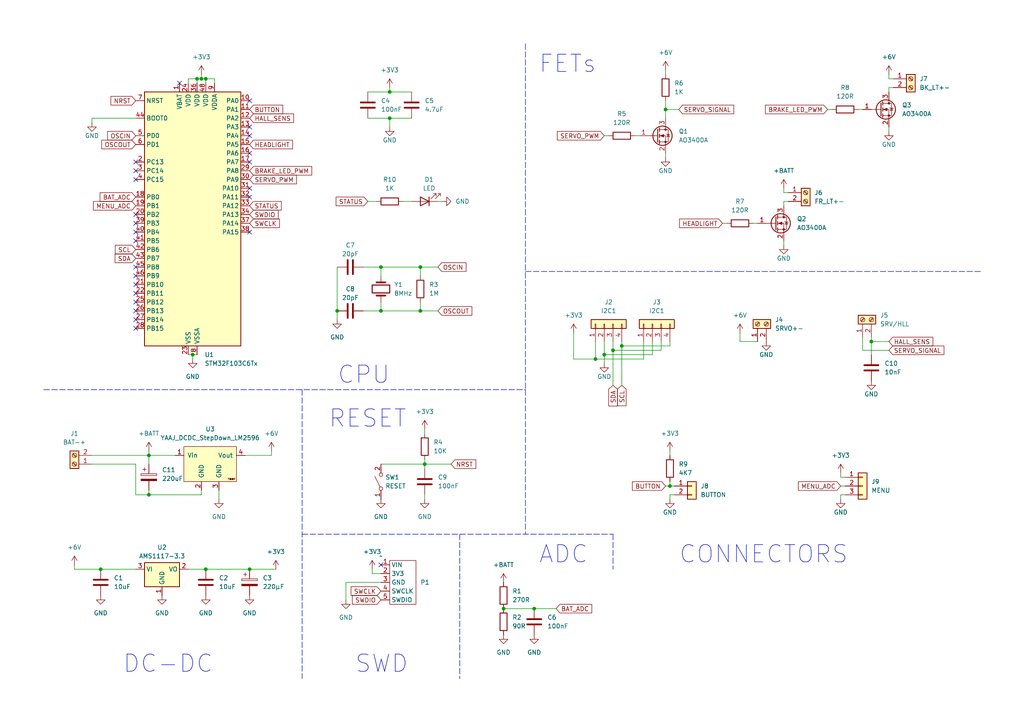
<source format=kicad_sch>
(kicad_sch (version 20230121) (generator eeschema)
  (paper "A4")
  (lib_symbols
    (symbol "Connector_Generic:Conn_01x02" (pin_names (offset 1.016) hide)
      (property "Reference" "J" (at 0 2.54 0))
      (property "Value" "Conn_01x02" (at 0 -5.08 0))
      (symbol "Conn_01x02_1_1"
        (rectangle (start -1.27 -2.413) (end 0 -2.667) (stroke (width 0.1524)))
        (rectangle (start -1.27 0.127) (end 0 -0.127) (stroke (width 0.1524)))
        (rectangle (start -1.27 1.27) (end 1.27 -3.81) (stroke (width 0.254)) (fill (type background)))
        (pin passive line (at -5.08 0 0) (length 3.81) (name "Pin_1") (number "1"))
        (pin passive line (at -5.08 -2.54 0) (length 3.81) (name "Pin_2") (number "2"))
      )
    )
    (symbol "Connector_Generic:Conn_01x03" (pin_names (offset 1.016) hide)
      (property "Reference" "J" (at 0 5.08 0))
      (property "Value" "Conn_01x03" (at 0 -5.08 0))
      (symbol "Conn_01x03_1_1"
        (rectangle (start -1.27 -2.413) (end 0 -2.667) (stroke (width 0.1524)))
        (rectangle (start -1.27 0.127) (end 0 -0.127) (stroke (width 0.1524)))
        (rectangle (start -1.27 2.667) (end 0 2.413) (stroke (width 0.1524)))
        (rectangle (start -1.27 3.81) (end 1.27 -3.81) (stroke (width 0.254)) (fill (type background)))
        (pin passive line (at -5.08 2.54 0) (length 3.81) (name "Pin_1") (number "1"))
        (pin passive line (at -5.08 0 0) (length 3.81) (name "Pin_2") (number "2"))
        (pin passive line (at -5.08 -2.54 0) (length 3.81) (name "Pin_3") (number "3"))
      )
    )
    (symbol "Connector_Generic:Conn_01x04" (pin_names (offset 1.016) hide)
      (property "Reference" "J" (at 0 5.08 0))
      (property "Value" "Conn_01x04" (at 0 -7.62 0))
      (symbol "Conn_01x04_1_1"
        (rectangle (start -1.27 -4.953) (end 0 -5.207) (stroke (width 0.1524)))
        (rectangle (start -1.27 -2.413) (end 0 -2.667) (stroke (width 0.1524)))
        (rectangle (start -1.27 0.127) (end 0 -0.127) (stroke (width 0.1524)))
        (rectangle (start -1.27 2.667) (end 0 2.413) (stroke (width 0.1524)))
        (rectangle (start -1.27 3.81) (end 1.27 -6.35) (stroke (width 0.254)) (fill (type background)))
        (pin passive line (at -5.08 2.54 0) (length 3.81) (name "Pin_1") (number "1"))
        (pin passive line (at -5.08 0 0) (length 3.81) (name "Pin_2") (number "2"))
        (pin passive line (at -5.08 -2.54 0) (length 3.81) (name "Pin_3") (number "3"))
        (pin passive line (at -5.08 -5.08 0) (length 3.81) (name "Pin_4") (number "4"))
      )
    )
    (symbol "Device:C" (pin_numbers hide) (pin_names (offset 0.254))
      (property "Reference" "C" (at 0.635 2.54 0))
      (property "Value" "C" (at 0.635 -2.54 0))
      (symbol "C_0_1"
        (polyline (pts (xy -2.032 -0.762) (xy 2.032 -0.762)) (stroke (width 0.508)))
        (polyline (pts (xy -2.032 0.762) (xy 2.032 0.762)) (stroke (width 0.508)))
      )
      (symbol "C_1_1"
        (pin passive line (at 0 3.81 270) (length 2.794) (name "~") (number "1"))
        (pin passive line (at 0 -3.81 90) (length 2.794) (name "~") (number "2"))
      )
    )
    (symbol "Device:C_Polarized" (pin_numbers hide) (pin_names (offset 0.254))
      (property "Reference" "C" (at 0.635 2.54 0))
      (property "Value" "C_Polarized" (at 0.635 -2.54 0))
      (symbol "C_Polarized_0_1"
        (rectangle (start -2.286 0.508) (end 2.286 1.016))
        (polyline (pts (xy -1.778 2.286) (xy -0.762 2.286)))
        (polyline (pts (xy -1.27 2.794) (xy -1.27 1.778)))
        (rectangle (start 2.286 -0.508) (end -2.286 -1.016) (fill (type outline)))
      )
      (symbol "C_Polarized_1_1"
        (pin passive line (at 0 3.81 270) (length 2.794) (name "~") (number "1"))
        (pin passive line (at 0 -3.81 90) (length 2.794) (name "~") (number "2"))
      )
    )
    (symbol "Device:Crystal" (pin_numbers hide) (pin_names (offset 1.016) hide)
      (property "Reference" "Y" (at 0 3.81 0))
      (property "Value" "Crystal" (at 0 -3.81 0))
      (symbol "Crystal_0_1"
        (rectangle (start -1.143 2.54) (end 1.143 -2.54) (stroke (width 0.3048)))
        (polyline (pts (xy -2.54 0) (xy -1.905 0)))
        (polyline (pts (xy -1.905 -1.27) (xy -1.905 1.27)) (stroke (width 0.508)))
        (polyline (pts (xy 1.905 -1.27) (xy 1.905 1.27)) (stroke (width 0.508)))
        (polyline (pts (xy 2.54 0) (xy 1.905 0)))
      )
      (symbol "Crystal_1_1"
        (pin passive line (at -3.81 0 0) (length 1.27) (name "1") (number "1"))
        (pin passive line (at 3.81 0 180) (length 1.27) (name "2") (number "2"))
      )
    )
    (symbol "Device:LED" (pin_numbers hide) (pin_names (offset 1.016) hide)
      (property "Reference" "D" (at 0 2.54 0))
      (property "Value" "LED" (at 0 -2.54 0))
      (symbol "LED_0_1"
        (polyline (pts (xy -1.27 -1.27) (xy -1.27 1.27)) (stroke (width 0.254)))
        (polyline (pts (xy -1.27 0) (xy 1.27 0)))
        (polyline (pts (xy 1.27 -1.27) (xy 1.27 1.27) (xy -1.27 0) (xy 1.27 -1.27)) (stroke (width 0.254)))
        (polyline (pts (xy -3.048 -0.762) (xy -4.572 -2.286) (xy -3.81 -2.286) (xy -4.572 -2.286) (xy -4.572 -1.524)))
        (polyline (pts (xy -1.778 -0.762) (xy -3.302 -2.286) (xy -2.54 -2.286) (xy -3.302 -2.286) (xy -3.302 -1.524)))
      )
      (symbol "LED_1_1"
        (pin passive line (at -3.81 0 0) (length 2.54) (name "K") (number "1"))
        (pin passive line (at 3.81 0 180) (length 2.54) (name "A") (number "2"))
      )
    )
    (symbol "Device:R" (pin_numbers hide) (pin_names (offset 0))
      (property "Reference" "R" (at 2.032 0 90))
      (property "Value" "R" (at 0 0 90))
      (symbol "R_0_1"
        (rectangle (start -1.016 -2.54) (end 1.016 2.54) (stroke (width 0.254)))
      )
      (symbol "R_1_1"
        (pin passive line (at 0 3.81 270) (length 1.27) (name "~") (number "1"))
        (pin passive line (at 0 -3.81 90) (length 1.27) (name "~") (number "2"))
      )
    )
    (symbol "MCU_ST_STM32F1:STM32F103C6Tx"
      (property "Reference" "U" (at -12.7 39.37 0))
      (property "Value" "STM32F103C6Tx" (at 10.16 39.37 0))
      (symbol "STM32F103C6Tx_0_1"
        (rectangle (start -12.7 -35.56) (end 15.24 38.1) (stroke (width 0.254)) (fill (type background)))
      )
      (symbol "STM32F103C6Tx_1_1"
        (pin power_in line (at -2.54 40.64 270) (length 2.54) (name "VBAT") (number "1"))
        (pin bidirectional line (at 17.78 35.56 180) (length 2.54) (name "PA0") (number "10"))
        (pin bidirectional line (at 17.78 33.02 180) (length 2.54) (name "PA1") (number "11"))
        (pin bidirectional line (at 17.78 30.48 180) (length 2.54) (name "PA2") (number "12"))
        (pin bidirectional line (at 17.78 27.94 180) (length 2.54) (name "PA3") (number "13"))
        (pin bidirectional line (at 17.78 25.4 180) (length 2.54) (name "PA4") (number "14"))
        (pin bidirectional line (at 17.78 22.86 180) (length 2.54) (name "PA5") (number "15"))
        (pin bidirectional line (at 17.78 20.32 180) (length 2.54) (name "PA6") (number "16"))
        (pin bidirectional line (at 17.78 17.78 180) (length 2.54) (name "PA7") (number "17"))
        (pin bidirectional line (at -15.24 7.62 0) (length 2.54) (name "PB0") (number "18"))
        (pin bidirectional line (at -15.24 5.08 0) (length 2.54) (name "PB1") (number "19"))
        (pin bidirectional line (at -15.24 17.78 0) (length 2.54) (name "PC13") (number "2"))
        (pin bidirectional line (at -15.24 2.54 0) (length 2.54) (name "PB2") (number "20"))
        (pin bidirectional line (at -15.24 -17.78 0) (length 2.54) (name "PB10") (number "21"))
        (pin bidirectional line (at -15.24 -20.32 0) (length 2.54) (name "PB11") (number "22"))
        (pin power_in line (at 0 -38.1 90) (length 2.54) (name "VSS") (number "23"))
        (pin power_in line (at 0 40.64 270) (length 2.54) (name "VDD") (number "24"))
        (pin bidirectional line (at -15.24 -22.86 0) (length 2.54) (name "PB12") (number "25"))
        (pin bidirectional line (at -15.24 -25.4 0) (length 2.54) (name "PB13") (number "26"))
        (pin bidirectional line (at -15.24 -27.94 0) (length 2.54) (name "PB14") (number "27"))
        (pin bidirectional line (at -15.24 -30.48 0) (length 2.54) (name "PB15") (number "28"))
        (pin bidirectional line (at 17.78 15.24 180) (length 2.54) (name "PA8") (number "29"))
        (pin bidirectional line (at -15.24 15.24 0) (length 2.54) (name "PC14") (number "3"))
        (pin bidirectional line (at 17.78 12.7 180) (length 2.54) (name "PA9") (number "30"))
        (pin bidirectional line (at 17.78 10.16 180) (length 2.54) (name "PA10") (number "31"))
        (pin bidirectional line (at 17.78 7.62 180) (length 2.54) (name "PA11") (number "32"))
        (pin bidirectional line (at 17.78 5.08 180) (length 2.54) (name "PA12") (number "33"))
        (pin bidirectional line (at 17.78 2.54 180) (length 2.54) (name "PA13") (number "34"))
        (pin passive line (at 0 -38.1 90) (length 2.54) hide (name "VSS") (number "35"))
        (pin power_in line (at 2.54 40.64 270) (length 2.54) (name "VDD") (number "36"))
        (pin bidirectional line (at 17.78 0 180) (length 2.54) (name "PA14") (number "37"))
        (pin bidirectional line (at 17.78 -2.54 180) (length 2.54) (name "PA15") (number "38"))
        (pin bidirectional line (at -15.24 0 0) (length 2.54) (name "PB3") (number "39"))
        (pin bidirectional line (at -15.24 12.7 0) (length 2.54) (name "PC15") (number "4"))
        (pin bidirectional line (at -15.24 -2.54 0) (length 2.54) (name "PB4") (number "40"))
        (pin bidirectional line (at -15.24 -5.08 0) (length 2.54) (name "PB5") (number "41"))
        (pin bidirectional line (at -15.24 -7.62 0) (length 2.54) (name "PB6") (number "42"))
        (pin bidirectional line (at -15.24 -10.16 0) (length 2.54) (name "PB7") (number "43"))
        (pin input line (at -15.24 30.48 0) (length 2.54) (name "BOOT0") (number "44"))
        (pin bidirectional line (at -15.24 -12.7 0) (length 2.54) (name "PB8") (number "45"))
        (pin bidirectional line (at -15.24 -15.24 0) (length 2.54) (name "PB9") (number "46"))
        (pin passive line (at 0 -38.1 90) (length 2.54) hide (name "VSS") (number "47"))
        (pin power_in line (at 5.08 40.64 270) (length 2.54) (name "VDD") (number "48"))
        (pin bidirectional line (at -15.24 25.4 0) (length 2.54) (name "PD0") (number "5"))
        (pin bidirectional line (at -15.24 22.86 0) (length 2.54) (name "PD1") (number "6"))
        (pin input line (at -15.24 35.56 0) (length 2.54) (name "NRST") (number "7"))
        (pin power_in line (at 2.54 -38.1 90) (length 2.54) (name "VSSA") (number "8"))
        (pin power_in line (at 7.62 40.64 270) (length 2.54) (name "VDDA") (number "9"))
      )
    )
    (symbol "Regulator_Linear:AMS1117-3.3"
      (property "Reference" "U" (at -3.81 3.175 0))
      (property "Value" "AMS1117-3.3" (at 0 3.175 0))
      (symbol "AMS1117-3.3_0_1"
        (rectangle (start -5.08 -5.08) (end 5.08 1.905) (stroke (width 0.254)) (fill (type background)))
      )
      (symbol "AMS1117-3.3_1_1"
        (pin power_in line (at 0 -7.62 90) (length 2.54) (name "GND") (number "1"))
        (pin power_out line (at 7.62 0 180) (length 2.54) (name "VO") (number "2"))
        (pin power_in line (at -7.62 0 0) (length 2.54) (name "VI") (number "3"))
      )
    )
    (symbol "Switch:SW_SPST" (pin_names (offset 0) hide)
      (property "Reference" "SW" (at 0 3.175 0))
      (property "Value" "SW_SPST" (at 0 -2.54 0))
      (symbol "SW_SPST_0_0"
        (circle (center -2.032 0) (radius 0.508))
        (polyline (pts (xy -1.524 0.254) (xy 1.524 1.778)))
        (circle (center 2.032 0) (radius 0.508))
      )
      (symbol "SW_SPST_1_1"
        (pin passive line (at -5.08 0 0) (length 2.54) (name "A") (number "1"))
        (pin passive line (at 5.08 0 180) (length 2.54) (name "B") (number "2"))
      )
    )
    (symbol "Transistor_FET:AO3400A" (pin_names hide)
      (property "Reference" "Q" (at 5.08 1.905 0))
      (property "Value" "AO3400A" (at 5.08 0 0))
      (symbol "AO3400A_0_1"
        (polyline (pts (xy 0.254 0) (xy -2.54 0)))
        (polyline (pts (xy 0.254 1.905) (xy 0.254 -1.905)) (stroke (width 0.254)))
        (polyline (pts (xy 0.762 -1.27) (xy 0.762 -2.286)) (stroke (width 0.254)))
        (polyline (pts (xy 0.762 0.508) (xy 0.762 -0.508)) (stroke (width 0.254)))
        (polyline (pts (xy 0.762 2.286) (xy 0.762 1.27)) (stroke (width 0.254)))
        (polyline (pts (xy 2.54 2.54) (xy 2.54 1.778)))
        (polyline (pts (xy 2.54 -2.54) (xy 2.54 0) (xy 0.762 0)))
        (polyline (pts (xy 0.762 -1.778) (xy 3.302 -1.778) (xy 3.302 1.778) (xy 0.762 1.778)))
        (polyline (pts (xy 1.016 0) (xy 2.032 0.381) (xy 2.032 -0.381) (xy 1.016 0)) (fill (type outline)))
        (polyline (pts (xy 2.794 0.508) (xy 2.921 0.381) (xy 3.683 0.381) (xy 3.81 0.254)))
        (polyline (pts (xy 3.302 0.381) (xy 2.921 -0.254) (xy 3.683 -0.254) (xy 3.302 0.381)))
        (circle (center 1.651 0) (radius 2.794) (stroke (width 0.254)))
        (circle (center 2.54 -1.778) (radius 0.254) (fill (type outline)))
        (circle (center 2.54 1.778) (radius 0.254) (fill (type outline)))
      )
      (symbol "AO3400A_1_1"
        (pin input line (at -5.08 0 0) (length 2.54) (name "G") (number "1"))
        (pin passive line (at 2.54 -5.08 90) (length 2.54) (name "S") (number "2"))
        (pin passive line (at 2.54 5.08 270) (length 2.54) (name "D") (number "3"))
      )
    )
    (symbol "power:+3V3" (power) (pin_names (offset 0))
      (property "Value" "+3V3" (at 0 3.556 0))
      (symbol "+3V3_0_1"
        (polyline (pts (xy -0.762 1.27) (xy 0 2.54)))
        (polyline (pts (xy 0 0) (xy 0 2.54)))
        (polyline (pts (xy 0 2.54) (xy 0.762 1.27)))
      )
      (symbol "+3V3_1_1"
        (pin power_in line (at 0 0 90) (length 0) hide (name "+3V3") (number "1"))
      )
    )
    (symbol "power:+6V" (power) (pin_names (offset 0))
      (property "Value" "+6V" (at 0 3.556 0))
      (symbol "+6V_0_1"
        (polyline (pts (xy -0.762 1.27) (xy 0 2.54)))
        (polyline (pts (xy 0 0) (xy 0 2.54)))
        (polyline (pts (xy 0 2.54) (xy 0.762 1.27)))
      )
      (symbol "+6V_1_1"
        (pin power_in line (at 0 0 90) (length 0) hide (name "+6V") (number "1"))
      )
    )
    (symbol "power:+BATT" (power) (pin_names (offset 0))
      (property "Value" "+BATT" (at 0 3.556 0))
      (symbol "+BATT_0_1"
        (polyline (pts (xy -0.762 1.27) (xy 0 2.54)))
        (polyline (pts (xy 0 0) (xy 0 2.54)))
        (polyline (pts (xy 0 2.54) (xy 0.762 1.27)))
      )
      (symbol "+BATT_1_1"
        (pin power_in line (at 0 0 90) (length 0) hide (name "+BATT") (number "1"))
      )
    )
    (symbol "power:GND" (power) (pin_names (offset 0))
      (property "Value" "GND" (at 0 -3.81 0))
      (symbol "GND_0_1"
        (polyline (pts (xy 0 0) (xy 0 -1.27) (xy 1.27 -1.27) (xy 0 -2.54) (xy -1.27 -1.27) (xy 0 -1.27)))
      )
      (symbol "GND_1_1"
        (pin power_in line (at 0 0 270) (length 0) hide (name "GND") (number "1"))
      )
    )
    (symbol "power_symbols:YAAJ_DCDC_StepDown_LM2596" (pin_names (offset 1.016))
      (property "Reference" "U" (at -5.08 6.35 0))
      (property "Value" "YAAJ_DCDC_StepDown_LM2596" (at 0 11.43 0))
      (symbol "YAAJ_DCDC_StepDown_LM2596_0_1"
        (rectangle (start -7.62 5.08) (end 7.62 -5.08) (fill (type background)))
      )
      (symbol "YAAJ_DCDC_StepDown_LM2596_1_1"
        (text "Y@@V" (at 6.1976 -4.2672 0) (effects (font (size 0.508 0.508))))
        (pin power_in line (at -10.16 2.54 0) (length 2.54) (name "Vin") (number "1"))
        (pin power_in line (at -2.54 -7.62 90) (length 2.54) (name "GND") (number "2"))
        (pin power_in line (at 2.54 -7.62 90) (length 2.54) (name "GND") (number "3"))
        (pin power_out line (at 10.16 2.54 180) (length 2.54) (name "Vout") (number "4"))
      )
    )
    (symbol "power_symbols:screw_2p_small"
      (property "Reference" "J" (at 2.54 -2.54 0))
      (property "Value" "Screw_Terminals_Small" (at 12.7 -5.08 0))
      (symbol "screw_2p_small_1_1"
        (rectangle (start -1.27 -1.27) (end 1.27 -6.35) (stroke (width 0.254)) (fill (type background)))
        (circle (center 0 -5.08) (radius 0.635) (stroke (width 0.1524)))
        (circle (center 0 -2.54) (radius 0.635) (stroke (width 0.1524)))
        (polyline (pts (xy -0.5334 -4.7498) (xy 0.3302 -5.588)) (stroke (width 0.1524)))
        (polyline (pts (xy -0.5334 -2.2098) (xy 0.3302 -3.048)) (stroke (width 0.1524)))
        (polyline (pts (xy -0.3556 -4.572) (xy 0.508 -5.4102)) (stroke (width 0.1524)))
        (polyline (pts (xy -0.3556 -2.032) (xy 0.508 -2.8702)) (stroke (width 0.1524)))
        (pin passive line (at -5.08 -2.54 0) (length 3.81) (name "") (number "1"))
        (pin passive line (at -5.08 -5.08 0) (length 3.81) (name "") (number "2"))
      )
    )
    (symbol "power_symbols:stm_headers"
      (property "Reference" "P" (at 6.35 0 0))
      (symbol "stm_headers_0_1"
        (rectangle (start 2.54 -1.27) (end 10.16 -13.97))
      )
      (symbol "stm_headers_1_1"
        (pin input line (at 0 -2.54 0) (length 2.54) (name "VIN") (number "1"))
        (pin input line (at 0 -5.08 0) (length 2.54) (name "3V3") (number "2"))
        (pin input line (at 0 -7.62 0) (length 2.54) (name "GND") (number "3"))
        (pin input line (at 0 -10.16 0) (length 2.54) (name "SWCLK") (number "4"))
        (pin input line (at 0 -12.7 0) (length 2.54) (name "SWDIO") (number "5"))
      )
    )
  )
  (junction (at 29.21 165.1))
  (junction (at 55.88 102.87))
  (junction (at 110.49 77.47))
  (junction (at 113.03 34.29))
  (junction (at 113.03 26.67))
  (junction (at 59.69 22.86))
  (junction (at 110.49 90.17))
  (junction (at 175.26 102.87))
  (junction (at 59.69 165.1))
  (junction (at 58.42 22.86))
  (junction (at 193.04 31.75))
  (junction (at 121.92 77.47))
  (junction (at 146.05 176.53))
  (junction (at 121.92 90.17))
  (junction (at 123.19 134.62))
  (junction (at 43.18 132.08))
  (junction (at 194.31 140.97))
  (junction (at 172.72 104.14))
  (junction (at 177.8 101.6))
  (junction (at 57.15 22.86))
  (junction (at 154.94 176.53))
  (junction (at 72.39 165.1))
  (junction (at 43.18 143.51))
  (junction (at 252.73 99.06))
  (junction (at 97.79 90.17))
  (junction (at 180.34 100.33))
  (no_connect (at 72.39 36.83))
  (no_connect (at 39.37 62.23))
  (no_connect (at 39.37 95.25))
  (no_connect (at 39.37 77.47))
  (no_connect (at 52.07 24.13))
  (no_connect (at 39.37 82.55))
  (no_connect (at 72.39 54.61))
  (no_connect (at 39.37 85.09))
  (no_connect (at 39.37 87.63))
  (no_connect (at 39.37 92.71))
  (no_connect (at 39.37 67.31))
  (no_connect (at 39.37 46.99))
  (no_connect (at 72.39 29.21))
  (no_connect (at 72.39 57.15))
  (no_connect (at 72.39 67.31))
  (no_connect (at 39.37 90.17))
  (no_connect (at 39.37 69.85))
  (no_connect (at 39.37 64.77))
  (no_connect (at 110.49 163.83))
  (no_connect (at 72.39 46.99))
  (no_connect (at 39.37 80.01))
  (no_connect (at 39.37 52.07))
  (no_connect (at 39.37 49.53))
  (no_connect (at 72.39 39.37))
  (no_connect (at 72.39 44.45))
  (wire (pts (xy 43.18 130.81) (xy 43.18 132.08)))
  (wire (pts (xy 193.04 140.97) (xy 194.31 140.97)))
  (wire (pts (xy 209.55 64.77) (xy 210.82 64.77)))
  (wire (pts (xy 29.21 165.1) (xy 39.37 165.1)))
  (wire (pts (xy 175.26 102.87) (xy 175.26 105.41)))
  (wire (pts (xy 175.26 102.87) (xy 189.23 102.87)))
  (wire (pts (xy 54.61 22.86) (xy 57.15 22.86)))
  (wire (pts (xy 100.33 168.91) (xy 110.49 168.91)))
  (wire (pts (xy 219.71 99.06) (xy 214.63 99.06)))
  (wire (pts (xy 110.49 77.47) (xy 110.49 80.01)))
  (wire (pts (xy 257.81 26.67) (xy 257.81 25.4)))
  (wire (pts (xy 110.49 77.47) (xy 121.92 77.47)))
  (wire (pts (xy 26.67 35.56) (xy 26.67 34.29)))
  (wire (pts (xy 194.31 100.33) (xy 194.31 99.06)))
  (wire (pts (xy 110.49 87.63) (xy 110.49 90.17)))
  (wire (pts (xy 257.81 36.83) (xy 257.81 38.1)))
  (wire (pts (xy 172.72 104.14) (xy 186.69 104.14)))
  (wire (pts (xy 110.49 134.62) (xy 123.19 134.62)))
  (wire (pts (xy 166.37 104.14) (xy 172.72 104.14)))
  (wire (pts (xy 58.42 143.51) (xy 58.42 142.24)))
  (wire (pts (xy 72.39 165.1) (xy 80.01 165.1)))
  (wire (pts (xy 63.5 142.24) (xy 63.5 144.78)))
  (wire (pts (xy 252.73 99.06) (xy 252.73 102.87)))
  (wire (pts (xy 106.68 26.67) (xy 113.03 26.67)))
  (wire (pts (xy 43.18 132.08) (xy 43.18 134.62)))
  (wire (pts (xy 177.8 101.6) (xy 177.8 111.76)))
  (wire (pts (xy 240.03 31.75) (xy 241.3 31.75)))
  (wire (pts (xy 59.69 24.13) (xy 59.69 22.86)))
  (wire (pts (xy 100.33 173.99) (xy 100.33 168.91)))
  (wire (pts (xy 106.68 34.29) (xy 113.03 34.29)))
  (wire (pts (xy 62.23 24.13) (xy 62.23 22.86)))
  (polyline (pts (xy 152.4 78.74) (xy 284.48 78.74)) (stroke (width 0) (type dash)))
  (wire (pts (xy 189.23 102.87) (xy 189.23 99.06)))
  (wire (pts (xy 177.8 101.6) (xy 191.77 101.6)))
  (wire (pts (xy 110.49 90.17) (xy 121.92 90.17)))
  (wire (pts (xy 123.19 133.35) (xy 123.19 134.62)))
  (wire (pts (xy 257.81 25.4) (xy 259.08 25.4)))
  (wire (pts (xy 128.27 58.42) (xy 127 58.42)))
  (wire (pts (xy 257.81 21.59) (xy 257.81 22.86)))
  (wire (pts (xy 78.74 132.08) (xy 78.74 130.81)))
  (wire (pts (xy 227.33 59.69) (xy 227.33 58.42)))
  (wire (pts (xy 105.41 77.47) (xy 110.49 77.47)))
  (wire (pts (xy 177.8 99.06) (xy 177.8 101.6)))
  (polyline (pts (xy 87.63 113.03) (xy 87.63 196.85)) (stroke (width 0) (type dash)))
  (polyline (pts (xy 152.4 113.03) (xy 152.4 154.94)) (stroke (width 0) (type dash)))
  (wire (pts (xy 55.88 102.87) (xy 57.15 102.87)))
  (polyline (pts (xy 152.4 12.7) (xy 152.4 113.03)) (stroke (width 0) (type dash)))
  (wire (pts (xy 123.19 124.46) (xy 123.19 125.73)))
  (wire (pts (xy 123.19 134.62) (xy 123.19 135.89)))
  (polyline (pts (xy 177.8 154.94) (xy 177.8 165.1)) (stroke (width 0) (type dash)))
  (wire (pts (xy 243.84 138.43) (xy 245.11 138.43)))
  (wire (pts (xy 113.03 26.67) (xy 119.38 26.67)))
  (wire (pts (xy 194.31 143.51) (xy 195.58 143.51)))
  (wire (pts (xy 193.04 34.29) (xy 193.04 31.75)))
  (wire (pts (xy 218.44 64.77) (xy 219.71 64.77)))
  (wire (pts (xy 123.19 134.62) (xy 130.81 134.62)))
  (wire (pts (xy 243.84 143.51) (xy 245.11 143.51)))
  (wire (pts (xy 43.18 143.51) (xy 58.42 143.51)))
  (wire (pts (xy 39.37 143.51) (xy 39.37 134.62)))
  (wire (pts (xy 191.77 101.6) (xy 191.77 99.06)))
  (wire (pts (xy 154.94 176.53) (xy 161.29 176.53)))
  (wire (pts (xy 71.12 132.08) (xy 78.74 132.08)))
  (wire (pts (xy 39.37 143.51) (xy 43.18 143.51)))
  (wire (pts (xy 146.05 176.53) (xy 154.94 176.53)))
  (wire (pts (xy 193.04 45.72) (xy 193.04 44.45)))
  (wire (pts (xy 21.59 165.1) (xy 29.21 165.1)))
  (wire (pts (xy 97.79 77.47) (xy 97.79 90.17)))
  (wire (pts (xy 180.34 100.33) (xy 194.31 100.33)))
  (wire (pts (xy 227.33 69.85) (xy 227.33 71.12)))
  (polyline (pts (xy 12.7 113.03) (xy 152.4 113.03)) (stroke (width 0) (type dash)))
  (wire (pts (xy 121.92 77.47) (xy 127 77.47)))
  (wire (pts (xy 97.79 90.17) (xy 97.79 92.71)))
  (wire (pts (xy 250.19 101.6) (xy 250.19 97.79)))
  (wire (pts (xy 194.31 140.97) (xy 195.58 140.97)))
  (wire (pts (xy 175.26 39.37) (xy 176.53 39.37)))
  (wire (pts (xy 194.31 130.81) (xy 194.31 132.08)))
  (wire (pts (xy 193.04 29.21) (xy 193.04 31.75)))
  (wire (pts (xy 43.18 142.24) (xy 43.18 143.51)))
  (wire (pts (xy 113.03 25.4) (xy 113.03 26.67)))
  (wire (pts (xy 194.31 139.7) (xy 194.31 140.97)))
  (wire (pts (xy 184.15 39.37) (xy 185.42 39.37)))
  (wire (pts (xy 54.61 24.13) (xy 54.61 22.86)))
  (wire (pts (xy 113.03 34.29) (xy 119.38 34.29)))
  (wire (pts (xy 227.33 54.61) (xy 227.33 55.88)))
  (wire (pts (xy 172.72 99.06) (xy 172.72 104.14)))
  (wire (pts (xy 57.15 22.86) (xy 57.15 24.13)))
  (wire (pts (xy 121.92 77.47) (xy 121.92 80.01)))
  (wire (pts (xy 243.84 140.97) (xy 245.11 140.97)))
  (wire (pts (xy 194.31 143.51) (xy 194.31 144.78)))
  (wire (pts (xy 193.04 20.32) (xy 193.04 21.59)))
  (wire (pts (xy 113.03 34.29) (xy 113.03 36.83)))
  (wire (pts (xy 57.15 22.86) (xy 58.42 22.86)))
  (wire (pts (xy 107.95 165.1) (xy 107.95 166.37)))
  (wire (pts (xy 26.67 132.08) (xy 43.18 132.08)))
  (wire (pts (xy 243.84 137.16) (xy 243.84 138.43)))
  (wire (pts (xy 257.81 22.86) (xy 259.08 22.86)))
  (wire (pts (xy 59.69 22.86) (xy 58.42 22.86)))
  (wire (pts (xy 54.61 165.1) (xy 59.69 165.1)))
  (wire (pts (xy 55.88 104.14) (xy 55.88 102.87)))
  (wire (pts (xy 252.73 97.79) (xy 252.73 99.06)))
  (wire (pts (xy 121.92 90.17) (xy 127 90.17)))
  (wire (pts (xy 166.37 96.52) (xy 166.37 104.14)))
  (wire (pts (xy 248.92 31.75) (xy 250.19 31.75)))
  (wire (pts (xy 106.68 58.42) (xy 109.22 58.42)))
  (wire (pts (xy 59.69 165.1) (xy 72.39 165.1)))
  (wire (pts (xy 21.59 163.83) (xy 21.59 165.1)))
  (wire (pts (xy 54.61 102.87) (xy 55.88 102.87)))
  (wire (pts (xy 257.81 101.6) (xy 250.19 101.6)))
  (wire (pts (xy 121.92 87.63) (xy 121.92 90.17)))
  (wire (pts (xy 193.04 31.75) (xy 196.85 31.75)))
  (wire (pts (xy 105.41 90.17) (xy 110.49 90.17)))
  (polyline (pts (xy 133.35 154.94) (xy 133.35 196.85)) (stroke (width 0) (type dash)))
  (wire (pts (xy 214.63 99.06) (xy 214.63 96.52)))
  (wire (pts (xy 123.19 143.51) (xy 123.19 144.78)))
  (wire (pts (xy 227.33 58.42) (xy 228.6 58.42)))
  (wire (pts (xy 58.42 22.86) (xy 58.42 21.59)))
  (wire (pts (xy 26.67 34.29) (xy 39.37 34.29)))
  (wire (pts (xy 180.34 99.06) (xy 180.34 100.33)))
  (wire (pts (xy 43.18 132.08) (xy 50.8 132.08)))
  (wire (pts (xy 175.26 99.06) (xy 175.26 102.87)))
  (wire (pts (xy 186.69 104.14) (xy 186.69 99.06)))
  (wire (pts (xy 119.38 58.42) (xy 116.84 58.42)))
  (wire (pts (xy 39.37 134.62) (xy 26.67 134.62)))
  (wire (pts (xy 252.73 99.06) (xy 257.81 99.06)))
  (wire (pts (xy 227.33 55.88) (xy 228.6 55.88)))
  (wire (pts (xy 107.95 166.37) (xy 110.49 166.37)))
  (wire (pts (xy 180.34 100.33) (xy 180.34 111.76)))
  (wire (pts (xy 62.23 22.86) (xy 59.69 22.86)))
  (wire (pts (xy 243.84 144.78) (xy 243.84 143.51)))
  (polyline (pts (xy 87.63 154.94) (xy 177.8 154.94)) (stroke (width 0) (type dash)))
  (text "FETs" (at 156.21 21.59 0) (effects (font (size 5 5)) (justify left bottom)))
  (text "CPU" (at 97.79 111.76 0) (effects (font (size 5 5)) (justify left bottom)))
  (text "RESET" (at 95.25 124.46 0) (effects (font (size 5 5)) (justify left bottom)))
  (text "ADC" (at 156.21 163.83 0) (effects (font (size 5 5)) (justify left bottom)))
  (text "DC-DC\n" (at 35.56 195.58 0) (effects (font (size 5 5)) (justify left bottom)))
  (text "SWD" (at 102.87 195.58 0) (effects (font (size 5 5)) (justify left bottom)))
  (text "CONNECTORS\n" (at 196.85 163.83 0) (effects (font (size 5 5)) (justify left bottom)))
  (global_label "OSCOUT" (shape input) (at 127 90.17 0) (property "Intersheetrefs" "${INTERSHEET_REFS}" (effects hide)))
  (global_label "HEADLIGHT" (shape input) (at 72.39 41.91 0) (property "Intersheetrefs" "${INTERSHEET_REFS}" (effects hide)))
  (global_label "HEADLIGHT" (shape input) (at 209.55 64.77 180) (property "Intersheetrefs" "${INTERSHEET_REFS}" (effects hide)))
  (global_label "SWDIO" (shape input) (at 110.49 173.99 180) (property "Intersheetrefs" "${INTERSHEET_REFS}" (effects hide)))
  (global_label "HALL_SENS" (shape input) (at 72.39 34.29 0) (property "Intersheetrefs" "${INTERSHEET_REFS}" (effects hide)))
  (global_label "OSCIN" (shape input) (at 127 77.47 0) (property "Intersheetrefs" "${INTERSHEET_REFS}" (effects hide)))
  (global_label "SERVO_SIGNAL" (shape input) (at 257.81 101.6 0) (property "Intersheetrefs" "${INTERSHEET_REFS}" (effects hide)))
  (global_label "SERVO_PWM" (shape input) (at 175.26 39.37 180) (property "Intersheetrefs" "${INTERSHEET_REFS}" (effects hide)))
  (global_label "NRST" (shape input) (at 39.37 29.21 180) (property "Intersheetrefs" "${INTERSHEET_REFS}" (effects hide)))
  (global_label "BAT_ADC" (shape input) (at 39.37 57.15 180) (property "Intersheetrefs" "${INTERSHEET_REFS}" (effects hide)))
  (global_label "OSCOUT" (shape input) (at 39.37 41.91 180) (property "Intersheetrefs" "${INTERSHEET_REFS}" (effects hide)))
  (global_label "SCL" (shape input) (at 39.37 72.39 180) (property "Intersheetrefs" "${INTERSHEET_REFS}" (effects hide)))
  (global_label "BRAKE_LED_PWM" (shape input) (at 240.03 31.75 180) (property "Intersheetrefs" "${INTERSHEET_REFS}" (effects hide)))
  (global_label "SERVO_SIGNAL" (shape input) (at 196.85 31.75 0) (property "Intersheetrefs" "${INTERSHEET_REFS}" (effects hide)))
  (global_label "HALL_SENS" (shape input) (at 257.81 99.06 0) (property "Intersheetrefs" "${INTERSHEET_REFS}" (effects hide)))
  (global_label "SWDIO" (shape input) (at 72.39 62.23 0) (property "Intersheetrefs" "${INTERSHEET_REFS}" (effects hide)))
  (global_label "SDA" (shape input) (at 39.37 74.93 180) (property "Intersheetrefs" "${INTERSHEET_REFS}" (effects hide)))
  (global_label "MENU_ADC" (shape input) (at 243.84 140.97 180) (property "Intersheetrefs" "${INTERSHEET_REFS}" (effects hide)))
  (global_label "NRST" (shape input) (at 130.81 134.62 0) (property "Intersheetrefs" "${INTERSHEET_REFS}" (effects hide)))
  (global_label "SWCLK" (shape input) (at 110.49 171.45 180) (property "Intersheetrefs" "${INTERSHEET_REFS}" (effects hide)))
  (global_label "SDA" (shape input) (at 177.8 111.76 270) (property "Intersheetrefs" "${INTERSHEET_REFS}" (effects hide)))
  (global_label "OSCIN" (shape input) (at 39.37 39.37 180) (property "Intersheetrefs" "${INTERSHEET_REFS}" (effects hide)))
  (global_label "MENU_ADC" (shape input) (at 39.37 59.69 180) (property "Intersheetrefs" "${INTERSHEET_REFS}" (effects hide)))
  (global_label "BUTTON" (shape input) (at 193.04 140.97 180) (property "Intersheetrefs" "${INTERSHEET_REFS}" (effects hide)))
  (global_label "BUTTON" (shape input) (at 72.39 31.75 0) (property "Intersheetrefs" "${INTERSHEET_REFS}" (effects hide)))
  (global_label "BRAKE_LED_PWM" (shape input) (at 72.39 49.53 0) (property "Intersheetrefs" "${INTERSHEET_REFS}" (effects hide)))
  (global_label "SWCLK" (shape input) (at 72.39 64.77 0) (property "Intersheetrefs" "${INTERSHEET_REFS}" (effects hide)))
  (global_label "BAT_ADC" (shape input) (at 161.29 176.53 0) (property "Intersheetrefs" "${INTERSHEET_REFS}" (effects hide)))
  (global_label "STATUS" (shape input) (at 72.39 59.69 0) (property "Intersheetrefs" "${INTERSHEET_REFS}" (effects hide)))
  (global_label "SCL" (shape input) (at 180.34 111.76 270) (property "Intersheetrefs" "${INTERSHEET_REFS}" (effects hide)))
  (global_label "STATUS" (shape input) (at 106.68 58.42 180) (property "Intersheetrefs" "${INTERSHEET_REFS}" (effects hide)))
  (global_label "SERVO_PWM" (shape input) (at 72.39 52.07 0) (property "Intersheetrefs" "${INTERSHEET_REFS}" (effects hide)))
  (symbol (lib_id "power:+3V3") (at 80.01 165.1 0) (unit 1)
    (property "Reference" "#PWR06" (effects hide))
    (property "Value" "+3V3" (at 80.01 160.02 0))
  )
  (symbol (lib_id "Device:C") (at 101.6 90.17 90) (unit 1)
    (property "Reference" "C8" (at 101.6 83.82 90))
    (property "Value" "20pF" (at 101.6 86.36 90))
    (property "Footprint" "Capacitor_SMD:C_0603_1608Metric" (effects hide))
  )
  (symbol (lib_id "power:GND") (at 257.81 38.1 0) (unit 1)
    (property "Reference" "#PWR030" (effects hide))
    (property "Value" "GND" (at 257.81 41.91 0))
  )
  (symbol (lib_id "Transistor_FET:AO3400A") (at 190.5 39.37 0) (unit 1)
    (property "Reference" "Q1" (at 196.85 38.1 0) (effects (justify left)))
    (property "Value" "AO3400A" (at 196.85 40.64 0) (effects (justify left)))
    (property "Footprint" "Package_TO_SOT_SMD:SOT-23" (effects hide))
    (property "Datasheet" "http://www.aosmd.com/pdfs/datasheet/AO3400A.pdf" (effects hide))
  )
  (symbol (lib_id "Connector_Generic:Conn_01x02") (at 200.66 140.97 0) (unit 1)
    (property "Reference" "J8" (at 203.2 140.97 0) (effects (justify left)))
    (property "Value" "BUTTON" (at 203.2 143.51 0) (effects (justify left)))
    (property "Footprint" "Connector_JST:JST_EH_B2B-EH-A_1x02_P2.50mm_Vertical" (effects hide))
  )
  (symbol (lib_id "power:GND") (at 194.31 144.78 0) (unit 1)
    (property "Reference" "#PWR032" (effects hide))
    (property "Value" "GND" (at 194.31 148.59 0))
  )
  (symbol (lib_id "power:+3V3") (at 107.95 165.1 0) (unit 1)
    (property "Reference" "#PWR037" (effects hide))
    (property "Value" "+3V3" (at 107.95 160.02 0))
  )
  (symbol (lib_id "Device:LED") (at 123.19 58.42 180) (unit 1)
    (property "Reference" "D1" (at 124.46 52.07 0))
    (property "Value" "LED" (at 124.46 54.61 0))
    (property "Footprint" "LED_SMD:LED_0603_1608Metric" (effects hide))
  )
  (symbol (lib_id "power:GND") (at 59.69 172.72 0) (unit 1)
    (property "Reference" "#PWR04" (effects hide))
    (property "Value" "GND" (at 59.69 177.8 0))
  )
  (symbol (lib_id "power:+3V3") (at 123.19 124.46 0) (unit 1)
    (property "Reference" "#PWR022" (effects hide))
    (property "Value" "+3V3" (at 123.19 119.38 0))
  )
  (symbol (lib_id "Device:C") (at 101.6 77.47 90) (unit 1)
    (property "Reference" "C7" (at 101.6 71.12 90))
    (property "Value" "20pF" (at 101.6 73.66 90))
    (property "Footprint" "Capacitor_SMD:C_0603_1608Metric" (effects hide))
  )
  (symbol (lib_id "Device:C") (at 154.94 180.34 0) (unit 1)
    (property "Reference" "C6" (at 158.75 179.07 0) (effects (justify left)))
    (property "Value" "100nF" (at 158.75 181.61 0) (effects (justify left)))
    (property "Footprint" "Capacitor_SMD:C_0603_1608Metric" (effects hide))
  )
  (symbol (lib_id "power:GND") (at 154.94 184.15 0) (unit 1)
    (property "Reference" "#PWR016" (effects hide))
    (property "Value" "GND" (at 154.94 189.23 0))
  )
  (symbol (lib_id "power:+6V") (at 193.04 20.32 0) (unit 1)
    (property "Reference" "#PWR025" (effects hide))
    (property "Value" "+6V" (at 193.04 15.24 0))
  )
  (symbol (lib_id "Device:R") (at 214.63 64.77 90) (unit 1)
    (property "Reference" "R7" (at 214.63 58.42 90))
    (property "Value" "120R" (at 214.63 60.96 90))
    (property "Footprint" "Resistor_SMD:R_0603_1608Metric" (effects hide))
  )
  (symbol (lib_id "Device:R") (at 194.31 135.89 180) (unit 1)
    (property "Reference" "R9" (at 196.85 134.62 0) (effects (justify right)))
    (property "Value" "4K7" (at 196.85 137.16 0) (effects (justify right)))
    (property "Footprint" "Resistor_SMD:R_0603_1608Metric" (effects hide))
  )
  (symbol (lib_id "power:GND") (at 222.25 99.06 0) (unit 1)
    (property "Reference" "#PWR020" (effects hide))
    (property "Value" "GND" (at 222.25 102.87 0))
  )
  (symbol (lib_id "Device:R") (at 180.34 39.37 90) (unit 1)
    (property "Reference" "R5" (at 180.34 33.02 90))
    (property "Value" "120R" (at 180.34 35.56 90))
    (property "Footprint" "Resistor_SMD:R_0603_1608Metric" (effects hide))
  )
  (symbol (lib_id "power_symbols:YAAJ_DCDC_StepDown_LM2596") (at 60.96 134.62 0) (unit 1)
    (property "Reference" "U3" (at 60.96 124.46 0))
    (property "Value" "YAAJ_DCDC_StepDown_LM2596" (at 60.96 127 0))
    (property "Footprint" "power_symbols:YAAJ_DCDC_StepDown_LM2596" (effects hide))
  )
  (symbol (lib_id "Device:R") (at 146.05 172.72 0) (unit 1)
    (property "Reference" "R1" (at 148.59 171.45 0) (effects (justify left)))
    (property "Value" "270R" (at 148.59 173.99 0) (effects (justify left)))
    (property "Footprint" "Resistor_SMD:R_0603_1608Metric" (effects hide))
  )
  (symbol (lib_id "power:GND") (at 97.79 92.71 0) (unit 1)
    (property "Reference" "#PWR038" (effects hide))
    (property "Value" "GND" (at 97.79 97.79 0))
  )
  (symbol (lib_id "power:+6V") (at 78.74 130.81 0) (unit 1)
    (property "Reference" "#PWR013" (effects hide))
    (property "Value" "+6V" (at 78.74 125.73 0))
  )
  (symbol (lib_id "power:GND") (at 55.88 104.14 0) (unit 1)
    (property "Reference" "#PWR09" (effects hide))
    (property "Value" "GND" (at 55.88 109.22 0))
  )
  (symbol (lib_id "power:GND") (at 252.73 110.49 0) (unit 1)
    (property "Reference" "#PWR035" (effects hide))
    (property "Value" "GND" (at 252.73 114.3 0))
  )
  (symbol (lib_id "power:+6V") (at 257.81 21.59 0) (unit 1)
    (property "Reference" "#PWR029" (effects hide))
    (property "Value" "+6V" (at 257.81 16.51 0))
  )
  (symbol (lib_id "power_symbols:screw_2p_small") (at 21.59 137.16 180) (unit 1)
    (property "Reference" "J1" (at 21.59 125.73 0))
    (property "Value" "BAT-+" (at 21.59 128.27 0))
    (property "Footprint" "power_symbols:screw_2p_small" (effects hide))
  )
  (symbol (lib_id "Device:C") (at 119.38 30.48 0) (unit 1)
    (property "Reference" "C5" (at 123.19 29.21 0) (effects (justify left)))
    (property "Value" "4.7uF" (at 123.19 31.75 0) (effects (justify left)))
    (property "Footprint" "Capacitor_SMD:C_0603_1608Metric" (effects hide))
  )
  (symbol (lib_id "Connector_Generic:Conn_01x04") (at 189.23 93.98 90) (unit 1)
    (property "Reference" "J3" (at 190.5 87.63 90))
    (property "Value" "I2C1" (at 190.5 90.17 90))
    (property "Footprint" "Connector_JST:JST_EH_B4B-EH-A_1x04_P2.50mm_Vertical" (effects hide))
  )
  (symbol (lib_id "power_symbols:screw_2p_small") (at 217.17 93.98 90) (unit 1)
    (property "Reference" "J4" (at 224.79 92.71 90) (effects (justify right)))
    (property "Value" "SRVO+-" (at 224.79 95.25 90) (effects (justify right)))
    (property "Footprint" "power_symbols:screw_2p_small" (effects hide))
  )
  (symbol (lib_id "Device:C") (at 29.21 168.91 0) (unit 1)
    (property "Reference" "C1" (at 33.02 167.64 0) (effects (justify left)))
    (property "Value" "10uF" (at 33.02 170.18 0) (effects (justify left)))
    (property "Footprint" "Capacitor_SMD:C_0603_1608Metric" (effects hide))
  )
  (symbol (lib_id "power_symbols:screw_2p_small") (at 264.16 20.32 0) (unit 1)
    (property "Reference" "J7" (at 266.7 22.86 0) (effects (justify left)))
    (property "Value" "BK_LT+-" (at 266.7 25.4 0) (effects (justify left)))
    (property "Footprint" "power_symbols:screw_2p_small" (effects hide))
  )
  (symbol (lib_id "power:GND") (at 72.39 172.72 0) (unit 1)
    (property "Reference" "#PWR05" (effects hide))
    (property "Value" "GND" (at 72.39 177.8 0))
  )
  (symbol (lib_id "power:GND") (at 100.33 173.99 0) (unit 1)
    (property "Reference" "#PWR036" (effects hide))
    (property "Value" "GND" (at 100.33 179.07 0))
  )
  (symbol (lib_id "Device:C") (at 252.73 106.68 0) (unit 1)
    (property "Reference" "C10" (at 256.54 105.41 0) (effects (justify left)))
    (property "Value" "10nF" (at 256.54 107.95 0) (effects (justify left)))
    (property "Footprint" "Capacitor_SMD:C_0603_1608Metric" (effects hide))
  )
  (symbol (lib_id "Transistor_FET:AO3400A") (at 224.79 64.77 0) (unit 1)
    (property "Reference" "Q2" (at 231.14 63.5 0) (effects (justify left)))
    (property "Value" "AO3400A" (at 231.14 66.04 0) (effects (justify left)))
    (property "Footprint" "Package_TO_SOT_SMD:SOT-23" (effects hide))
    (property "Datasheet" "http://www.aosmd.com/pdfs/datasheet/AO3400A.pdf" (effects hide))
  )
  (symbol (lib_id "Switch:SW_SPST") (at 110.49 139.7 90) (unit 1)
    (property "Reference" "SW1" (at 111.76 138.43 90) (effects (justify right)))
    (property "Value" "RESET" (at 111.76 140.97 90) (effects (justify right)))
    (property "Footprint" "Button_Switch_THT:SW_PUSH_6mm" (effects hide))
  )
  (symbol (lib_id "power:GND") (at 110.49 144.78 0) (unit 1)
    (property "Reference" "#PWR023" (effects hide))
    (property "Value" "GND" (at 110.49 149.86 0))
  )
  (symbol (lib_id "power:+6V") (at 214.63 96.52 0) (unit 1)
    (property "Reference" "#PWR019" (effects hide))
    (property "Value" "+6V" (at 214.63 91.44 0))
  )
  (symbol (lib_id "Device:C_Polarized") (at 72.39 168.91 0) (unit 1)
    (property "Reference" "C3" (at 76.2 167.64 0) (effects (justify left)))
    (property "Value" "220µF" (at 76.2 170.18 0) (effects (justify left)))
    (property "Footprint" "Capacitor_THT:CP_Radial_D4.0mm_P1.50mm" (effects hide))
  )
  (symbol (lib_id "power:GND") (at 63.5 144.78 0) (unit 1)
    (property "Reference" "#PWR012" (effects hide))
    (property "Value" "GND" (at 63.5 149.86 0))
  )
  (symbol (lib_id "Transistor_FET:AO3400A") (at 255.27 31.75 0) (unit 1)
    (property "Reference" "Q3" (at 261.62 30.48 0) (effects (justify left)))
    (property "Value" "AO3400A" (at 261.62 33.02 0) (effects (justify left)))
    (property "Footprint" "Package_TO_SOT_SMD:SOT-23" (effects hide))
    (property "Datasheet" "http://www.aosmd.com/pdfs/datasheet/AO3400A.pdf" (effects hide))
  )
  (symbol (lib_id "power:GND") (at 193.04 45.72 0) (unit 1)
    (property "Reference" "#PWR026" (effects hide))
    (property "Value" "GND" (at 193.04 49.53 0))
  )
  (symbol (lib_id "Device:C") (at 106.68 30.48 0) (unit 1)
    (property "Reference" "C4" (at 110.49 29.21 0) (effects (justify left)))
    (property "Value" "100nF" (at 110.49 31.75 0) (effects (justify left)))
    (property "Footprint" "Capacitor_SMD:C_0603_1608Metric" (effects hide))
  )
  (symbol (lib_id "power_symbols:screw_2p_small") (at 233.68 53.34 0) (unit 1)
    (property "Reference" "J6" (at 236.22 55.88 0) (effects (justify left)))
    (property "Value" "FR_LT+-" (at 236.22 58.42 0) (effects (justify left)))
    (property "Footprint" "power_symbols:screw_2p_small" (effects hide))
  )
  (symbol (lib_id "Regulator_Linear:AMS1117-3.3") (at 46.99 165.1 0) (unit 1)
    (property "Reference" "U2" (at 46.99 158.75 0))
    (property "Value" "AMS1117-3.3" (at 46.99 161.29 0))
    (property "Footprint" "Package_TO_SOT_SMD:SOT-223-3_TabPin2" (effects hide))
    (property "Datasheet" "http://www.advanced-monolithic.com/pdf/ds1117.pdf" (effects hide))
  )
  (symbol (lib_id "power:GND") (at 227.33 71.12 0) (unit 1)
    (property "Reference" "#PWR028" (effects hide))
    (property "Value" "GND" (at 227.33 74.93 0))
  )
  (symbol (lib_id "power_symbols:screw_2p_small") (at 247.65 92.71 90) (unit 1)
    (property "Reference" "J5" (at 255.27 91.44 90) (effects (justify right)))
    (property "Value" "SRV/HLL" (at 255.27 93.98 90) (effects (justify right)))
    (property "Footprint" "power_symbols:screw_2p_small" (effects hide))
  )
  (symbol (lib_id "Device:C_Polarized") (at 43.18 138.43 0) (unit 1)
    (property "Reference" "C11" (at 46.99 136.271 0) (effects (justify left)))
    (property "Value" "220uF" (at 46.99 138.811 0) (effects (justify left)))
    (property "Footprint" "Capacitor_THT:CP_Radial_D4.0mm_P1.50mm" (effects hide))
  )
  (symbol (lib_id "Device:R") (at 113.03 58.42 90) (unit 1)
    (property "Reference" "R10" (at 113.03 52.07 90))
    (property "Value" "1K" (at 113.03 54.61 90))
    (property "Footprint" "Resistor_SMD:R_0603_1608Metric" (effects hide))
  )
  (symbol (lib_id "Device:R") (at 123.19 129.54 0) (unit 1)
    (property "Reference" "R4" (at 125.73 128.27 0) (effects (justify left)))
    (property "Value" "10K" (at 125.73 130.81 0) (effects (justify left)))
    (property "Footprint" "Resistor_SMD:R_0603_1608Metric" (effects hide))
  )
  (symbol (lib_id "power_symbols:stm_headers") (at 110.49 161.29 0) (unit 1)
    (property "Reference" "P1" (at 121.92 168.91 0) (effects (justify left)))
    (property "Value" "~" (at 110.49 161.29 0))
    (property "Footprint" "power_symbols:stm_headers" (effects hide))
  )
  (symbol (lib_id "power:+3V3") (at 243.84 137.16 0) (unit 1)
    (property "Reference" "#PWR033" (effects hide))
    (property "Value" "+3V3" (at 243.84 132.08 0))
  )
  (symbol (lib_id "power:GND") (at 46.99 172.72 0) (unit 1)
    (property "Reference" "#PWR03" (effects hide))
    (property "Value" "GND" (at 46.99 177.8 0))
  )
  (symbol (lib_id "power:+BATT") (at 43.18 130.81 0) (unit 1)
    (property "Reference" "#PWR010" (effects hide))
    (property "Value" "+BATT" (at 43.18 125.73 0))
  )
  (symbol (lib_id "power:GND") (at 128.27 58.42 90) (unit 1)
    (property "Reference" "#PWR039" (effects hide))
    (property "Value" "GND" (at 132.08 58.42 90) (effects (justify right)))
  )
  (symbol (lib_id "MCU_ST_STM32F1:STM32F103C6Tx") (at 54.61 64.77 0) (unit 1)
    (property "Reference" "U1" (at 59.3441 102.87 0) (effects (justify left)))
    (property "Value" "STM32F103C6Tx" (at 59.3441 105.41 0) (effects (justify left)))
    (property "Footprint" "Package_QFP:LQFP-48_7x7mm_P0.5mm" (effects hide))
    (property "Datasheet" "https://www.st.com/resource/en/datasheet/stm32f103c6.pdf" (effects hide))
  )
  (symbol (lib_id "Device:C") (at 123.19 139.7 0) (unit 1)
    (property "Reference" "C9" (at 127 138.43 0) (effects (justify left)))
    (property "Value" "100nF" (at 127 140.97 0) (effects (justify left)))
    (property "Footprint" "Capacitor_SMD:C_0603_1608Metric" (effects hide))
  )
  (symbol (lib_id "power:+3V3") (at 113.03 25.4 0) (unit 1)
    (property "Reference" "#PWR011" (effects hide))
    (property "Value" "+3V3" (at 113.03 20.32 0))
  )
  (symbol (lib_id "Device:R") (at 146.05 180.34 0) (unit 1)
    (property "Reference" "R2" (at 148.59 179.07 0) (effects (justify left)))
    (property "Value" "90R" (at 148.59 181.61 0) (effects (justify left)))
    (property "Footprint" "Resistor_SMD:R_0603_1608Metric" (effects hide))
  )
  (symbol (lib_id "Device:R") (at 193.04 25.4 180) (unit 1)
    (property "Reference" "R6" (at 195.58 24.13 0) (effects (justify right)))
    (property "Value" "1K" (at 195.58 26.67 0) (effects (justify right)))
    (property "Footprint" "Resistor_SMD:R_0603_1608Metric" (effects hide))
  )
  (symbol (lib_id "power:+BATT") (at 146.05 168.91 0) (unit 1)
    (property "Reference" "#PWR014" (effects hide))
    (property "Value" "+BATT" (at 146.05 163.83 0))
  )
  (symbol (lib_id "power:+3V3") (at 166.37 96.52 0) (unit 1)
    (property "Reference" "#PWR017" (effects hide))
    (property "Value" "+3V3" (at 166.37 91.44 0))
  )
  (symbol (lib_id "power:GND") (at 123.19 144.78 0) (unit 1)
    (property "Reference" "#PWR024" (effects hide))
    (property "Value" "GND" (at 123.19 149.86 0))
  )
  (symbol (lib_id "Device:R") (at 121.92 83.82 0) (unit 1)
    (property "Reference" "R3" (at 124.46 82.55 0) (effects (justify left)))
    (property "Value" "1M" (at 124.46 85.09 0) (effects (justify left)))
    (property "Footprint" "Resistor_SMD:R_0603_1608Metric" (effects hide))
  )
  (symbol (lib_id "power:GND") (at 26.67 35.56 0) (unit 1)
    (property "Reference" "#PWR021" (effects hide))
    (property "Value" "GND" (at 26.67 39.37 0))
  )
  (symbol (lib_id "Device:R") (at 245.11 31.75 90) (unit 1)
    (property "Reference" "R8" (at 245.11 25.4 90))
    (property "Value" "120R" (at 245.11 27.94 90))
    (property "Footprint" "Resistor_SMD:R_0603_1608Metric" (effects hide))
  )
  (symbol (lib_id "Connector_Generic:Conn_01x04") (at 175.26 93.98 90) (unit 1)
    (property "Reference" "J2" (at 176.53 87.63 90))
    (property "Value" "I2C1" (at 176.53 90.17 90))
    (property "Footprint" "Connector_JST:JST_EH_B4B-EH-A_1x04_P2.50mm_Vertical" (effects hide))
  )
  (symbol (lib_id "power:GND") (at 29.21 172.72 0) (unit 1)
    (property "Reference" "#PWR02" (effects hide))
    (property "Value" "GND" (at 29.21 177.8 0))
  )
  (symbol (lib_id "Device:Crystal") (at 110.49 83.82 90) (unit 1)
    (property "Reference" "Y1" (at 114.3 82.55 90) (effects (justify right)))
    (property "Value" "8MHz" (at 114.3 85.09 90) (effects (justify right)))
    (property "Footprint" "Crystal:Crystal_HC49-4H_Vertical" (effects hide))
  )
  (symbol (lib_id "Connector_Generic:Conn_01x03") (at 250.19 140.97 0) (unit 1)
    (property "Reference" "J9" (at 252.73 139.7 0) (effects (justify left)))
    (property "Value" "MENU" (at 252.73 142.24 0) (effects (justify left)))
    (property "Footprint" "Connector_JST:JST_EH_B3B-EH-A_1x03_P2.50mm_Vertical" (effects hide))
  )
  (symbol (lib_id "power:+3V3") (at 194.31 130.81 0) (unit 1)
    (property "Reference" "#PWR031" (effects hide))
    (property "Value" "+3V3" (at 194.31 125.73 0))
  )
  (symbol (lib_id "power:+3V3") (at 58.42 21.59 0) (unit 1)
    (property "Reference" "#PWR08" (effects hide))
    (property "Value" "+3V3" (at 58.42 16.51 0))
  )
  (symbol (lib_id "Device:C") (at 59.69 168.91 0) (unit 1)
    (property "Reference" "C2" (at 63.5 167.64 0) (effects (justify left)))
    (property "Value" "10uF" (at 63.5 170.18 0) (effects (justify left)))
    (property "Footprint" "Capacitor_SMD:C_0603_1608Metric" (effects hide))
  )
  (symbol (lib_id "power:+6V") (at 21.59 163.83 0) (unit 1)
    (property "Reference" "#PWR01" (effects hide))
    (property "Value" "+6V" (at 21.59 158.75 0))
  )
  (symbol (lib_id "power:GND") (at 175.26 105.41 0) (unit 1)
    (property "Reference" "#PWR018" (effects hide))
    (property "Value" "GND" (at 175.26 109.22 0))
  )
  (symbol (lib_id "power:GND") (at 243.84 144.78 0) (unit 1)
    (property "Reference" "#PWR034" (effects hide))
    (property "Value" "GND" (at 243.84 148.59 0))
  )
  (symbol (lib_id "power:+BATT") (at 227.33 54.61 0) (unit 1)
    (property "Reference" "#PWR027" (effects hide))
    (property "Value" "+BATT" (at 227.33 49.53 0))
  )
  (symbol (lib_id "power:GND") (at 113.03 36.83 0) (unit 1)
    (property "Reference" "#PWR07" (effects hide))
    (property "Value" "GND" (at 113.03 40.64 0))
  )
  (symbol (lib_id "power:GND") (at 146.05 184.15 0) (unit 1)
    (property "Reference" "#PWR015" (effects hide))
    (property "Value" "GND" (at 146.05 189.23 0))
  )
)
</source>
